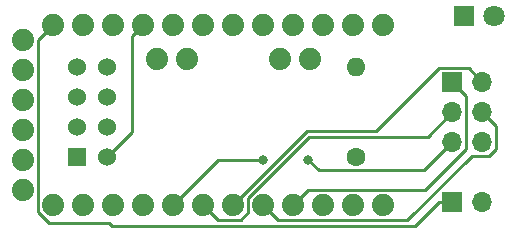
<source format=gbr>
G04 #@! TF.GenerationSoftware,KiCad,Pcbnew,5.1.9+dfsg1-1*
G04 #@! TF.CreationDate,2022-07-18T15:00:59-04:00*
G04 #@! TF.ProjectId,VS_robot_receiver,56535f72-6f62-46f7-945f-726563656976,rev?*
G04 #@! TF.SameCoordinates,Original*
G04 #@! TF.FileFunction,Copper,L2,Bot*
G04 #@! TF.FilePolarity,Positive*
%FSLAX46Y46*%
G04 Gerber Fmt 4.6, Leading zero omitted, Abs format (unit mm)*
G04 Created by KiCad (PCBNEW 5.1.9+dfsg1-1) date 2022-07-18 15:00:59*
%MOMM*%
%LPD*%
G01*
G04 APERTURE LIST*
G04 #@! TA.AperFunction,ComponentPad*
%ADD10C,1.879600*%
G04 #@! TD*
G04 #@! TA.AperFunction,ComponentPad*
%ADD11R,1.800000X1.800000*%
G04 #@! TD*
G04 #@! TA.AperFunction,ComponentPad*
%ADD12C,1.800000*%
G04 #@! TD*
G04 #@! TA.AperFunction,ComponentPad*
%ADD13R,1.700000X1.700000*%
G04 #@! TD*
G04 #@! TA.AperFunction,ComponentPad*
%ADD14O,1.700000X1.700000*%
G04 #@! TD*
G04 #@! TA.AperFunction,ComponentPad*
%ADD15C,1.600000*%
G04 #@! TD*
G04 #@! TA.AperFunction,ComponentPad*
%ADD16O,1.600000X1.600000*%
G04 #@! TD*
G04 #@! TA.AperFunction,ComponentPad*
%ADD17R,1.524000X1.524000*%
G04 #@! TD*
G04 #@! TA.AperFunction,ComponentPad*
%ADD18C,1.524000*%
G04 #@! TD*
G04 #@! TA.AperFunction,ViaPad*
%ADD19C,0.800000*%
G04 #@! TD*
G04 #@! TA.AperFunction,Conductor*
%ADD20C,0.250000*%
G04 #@! TD*
G04 APERTURE END LIST*
D10*
X133096000Y-97790000D03*
X133096000Y-100330000D03*
X133096000Y-102870000D03*
X133096000Y-105410000D03*
X133096000Y-107950000D03*
X133096000Y-110490000D03*
X146939000Y-99441000D03*
X144399000Y-99441000D03*
X154813000Y-99441000D03*
X157353000Y-99441000D03*
X135636000Y-96520000D03*
X138176000Y-96520000D03*
X140716000Y-96520000D03*
X143256000Y-96520000D03*
X145796000Y-96520000D03*
X148336000Y-96520000D03*
X150876000Y-96520000D03*
X153416000Y-96520000D03*
X155956000Y-96520000D03*
X158496000Y-96520000D03*
X161036000Y-96520000D03*
X163576000Y-96520000D03*
X163576000Y-111760000D03*
X161036000Y-111760000D03*
X158496000Y-111760000D03*
X155956000Y-111760000D03*
X153416000Y-111760000D03*
X150876000Y-111760000D03*
X148336000Y-111760000D03*
X145796000Y-111760000D03*
X143256000Y-111760000D03*
X140716000Y-111760000D03*
X138176000Y-111760000D03*
X135636000Y-111760000D03*
D11*
X170434000Y-95758000D03*
D12*
X172974000Y-95758000D03*
D13*
X169418000Y-111506000D03*
D14*
X171958000Y-111506000D03*
D13*
X169418000Y-101346000D03*
D14*
X171958000Y-101346000D03*
X169418000Y-103886000D03*
X171958000Y-103886000D03*
X169418000Y-106426000D03*
X171958000Y-106426000D03*
D15*
X161290000Y-107696000D03*
D16*
X161290000Y-100076000D03*
D17*
X137668000Y-107696000D03*
D18*
X140208000Y-107696000D03*
X137668000Y-105156000D03*
X140208000Y-105156000D03*
X137668000Y-102616000D03*
X140208000Y-102616000D03*
X137668000Y-100076000D03*
X140208000Y-100076000D03*
D19*
X153416000Y-107950000D03*
X157226000Y-107950000D03*
D20*
X142316201Y-105587799D02*
X142316201Y-97459799D01*
X142316201Y-97459799D02*
X143256000Y-96520000D01*
X140208000Y-107696000D02*
X142316201Y-105587799D01*
X170782999Y-100170999D02*
X171958000Y-101346000D01*
X168307999Y-100170999D02*
X170782999Y-100170999D01*
X162958999Y-105519999D02*
X168307999Y-100170999D01*
X157116001Y-105519999D02*
X162958999Y-105519999D01*
X150876000Y-111760000D02*
X157116001Y-105519999D01*
X157302401Y-105970009D02*
X167333991Y-105970009D01*
X152140801Y-111131609D02*
X157302401Y-105970009D01*
X152140801Y-112367105D02*
X152140801Y-111131609D01*
X151483105Y-113024801D02*
X152140801Y-112367105D01*
X167333991Y-105970009D02*
X169418000Y-103886000D01*
X149600801Y-113024801D02*
X151483105Y-113024801D01*
X148336000Y-111760000D02*
X149600801Y-113024801D01*
X173133001Y-106990001D02*
X173133001Y-105061001D01*
X172522001Y-107601001D02*
X173133001Y-106990001D01*
X171037997Y-107601001D02*
X172522001Y-107601001D01*
X165614197Y-113024801D02*
X171037997Y-107601001D01*
X173133001Y-105061001D02*
X171958000Y-103886000D01*
X154680801Y-113024801D02*
X165614197Y-113024801D01*
X153416000Y-111760000D02*
X154680801Y-113024801D01*
X168318000Y-111506000D02*
X166286000Y-113538000D01*
X169418000Y-111506000D02*
X168318000Y-111506000D01*
X140622094Y-113538000D02*
X140368094Y-113284000D01*
X166286000Y-113538000D02*
X140622094Y-113538000D01*
X134371199Y-112367105D02*
X134371199Y-97784801D01*
X134371199Y-97784801D02*
X135636000Y-96520000D01*
X135288094Y-113284000D02*
X134371199Y-112367105D01*
X140368094Y-113284000D02*
X135288094Y-113284000D01*
X149606000Y-107950000D02*
X153416000Y-107950000D01*
X145796000Y-111760000D02*
X149606000Y-107950000D01*
X167022999Y-108821001D02*
X169418000Y-106426000D01*
X158097001Y-108821001D02*
X167022999Y-108821001D01*
X157226000Y-107950000D02*
X158097001Y-108821001D01*
X170593001Y-102521001D02*
X169418000Y-101346000D01*
X170593001Y-106990001D02*
X170593001Y-102521001D01*
X167087803Y-110495199D02*
X170593001Y-106990001D01*
X157220801Y-110495199D02*
X167087803Y-110495199D01*
X155956000Y-111760000D02*
X157220801Y-110495199D01*
M02*

</source>
